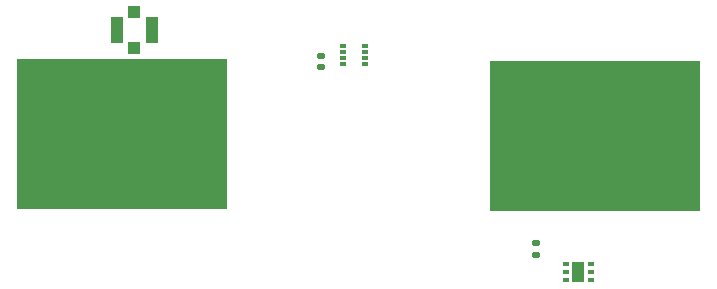
<source format=gtp>
G04 #@! TF.GenerationSoftware,KiCad,Pcbnew,7.0.2*
G04 #@! TF.CreationDate,2023-06-06T15:13:29-04:00*
G04 #@! TF.ProjectId,baseplate,62617365-706c-4617-9465-2e6b69636164,rev?*
G04 #@! TF.SameCoordinates,Original*
G04 #@! TF.FileFunction,Paste,Top*
G04 #@! TF.FilePolarity,Positive*
%FSLAX46Y46*%
G04 Gerber Fmt 4.6, Leading zero omitted, Abs format (unit mm)*
G04 Created by KiCad (PCBNEW 7.0.2) date 2023-06-06 15:13:29*
%MOMM*%
%LPD*%
G01*
G04 APERTURE LIST*
G04 Aperture macros list*
%AMRoundRect*
0 Rectangle with rounded corners*
0 $1 Rounding radius*
0 $2 $3 $4 $5 $6 $7 $8 $9 X,Y pos of 4 corners*
0 Add a 4 corners polygon primitive as box body*
4,1,4,$2,$3,$4,$5,$6,$7,$8,$9,$2,$3,0*
0 Add four circle primitives for the rounded corners*
1,1,$1+$1,$2,$3*
1,1,$1+$1,$4,$5*
1,1,$1+$1,$6,$7*
1,1,$1+$1,$8,$9*
0 Add four rect primitives between the rounded corners*
20,1,$1+$1,$2,$3,$4,$5,0*
20,1,$1+$1,$4,$5,$6,$7,0*
20,1,$1+$1,$6,$7,$8,$9,0*
20,1,$1+$1,$8,$9,$2,$3,0*%
G04 Aperture macros list end*
%ADD10R,17.780000X12.700000*%
%ADD11R,0.620000X0.300000*%
%ADD12R,0.600000X0.350000*%
%ADD13R,1.100000X1.700000*%
%ADD14R,1.000000X1.000000*%
%ADD15R,1.050000X2.200000*%
%ADD16RoundRect,0.140000X0.170000X-0.140000X0.170000X0.140000X-0.170000X0.140000X-0.170000X-0.140000X0*%
G04 APERTURE END LIST*
D10*
X117040000Y-62660000D03*
D11*
X95690000Y-55050000D03*
X95690000Y-55550000D03*
X95690000Y-56050000D03*
X95690000Y-56550000D03*
X97510000Y-56550000D03*
X97510000Y-56050000D03*
X97510000Y-55550000D03*
X97510000Y-55050000D03*
D12*
X114530000Y-73535000D03*
X114530000Y-74185000D03*
X114530000Y-74835000D03*
X116630000Y-74835000D03*
X116630000Y-74185000D03*
X116630000Y-73535000D03*
D13*
X115580000Y-74185000D03*
D14*
X78000000Y-55200000D03*
D15*
X76525000Y-53700000D03*
D14*
X78000000Y-52200000D03*
D15*
X79475000Y-53700000D03*
D16*
X111990000Y-72710000D03*
X111990000Y-71750000D03*
X93780000Y-56810000D03*
X93780000Y-55850000D03*
D10*
X76960000Y-62490000D03*
M02*

</source>
